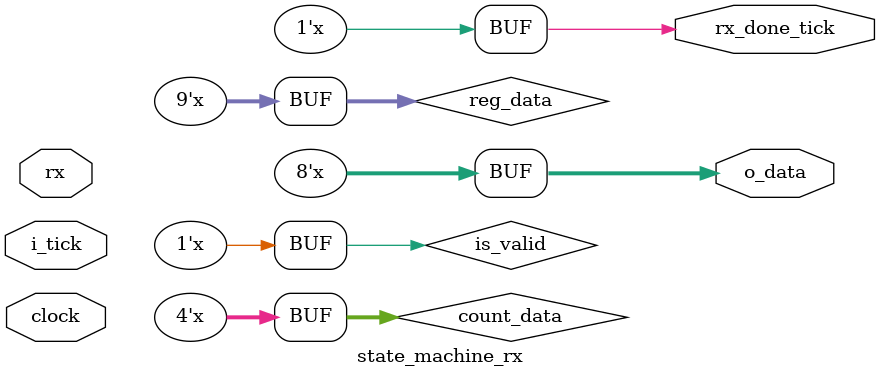
<source format=v>
`timescale 1ns / 1ps

module state_machine_rx
#(
    parameter   NB_STATE        = 4,
    parameter   N_DATA          = 8,
    parameter   START_VALUE     = 0,
    parameter   STARTS_TICKS    = 7,
    parameter   DATA_TICKS      = 15 
)
(
    // OUTPUTS
    output wire [7:0] o_data,
    output wire rx_done_tick,
    // INPUTS
    input wire  rx,
    input wire  i_tick,
    input wire clock
);
    // TICKS CONTROL
    reg [3:0] count_ticks;
    // DATA CONTROL
    reg [8:0] reg_data;
    reg [3:0] count_data;
    reg is_valid = 1;
    // STATES
    localparam STATE_IDLE  = 4'b0001;
    localparam STATE_START = 4'b0010;
    localparam STATE_DATA  = 4'b0100;
    localparam STATE_STOP  = 4'b1000;

    reg [NB_STATE - 1:0] current_state = STATE_IDLE;
    reg [NB_STATE - 1:0] next_state = STATE_IDLE;

    always @(*) begin: state_logic
        case (current_state)
            STATE_IDLE : begin
                case(rx)
                    1'b0   :   next_state = STATE_START;
                    default:   next_state = STATE_IDLE;
                endcase
            end
            STATE_START : begin
                case(count_ticks)
                    STARTS_TICKS:   begin 
                        count_ticks     = 0;
                        next_state      = STATE_DATA;                                                    
                    end
                    default:        next_state  = STATE_START;   
                endcase
            end
            STATE_DATA : begin
                case(count_ticks)
                    DATA_TICKS:     begin
                        count_ticks     = 0;
                        reg_data        = {rx , reg_data[8 : 1]};
                        if(count_data == N_DATA) begin
                        // implementar analisis de bit de paridad
                        /////////////////////////////////////////
                            count_data  = 0;
                            next_state  = STATE_STOP;
                        end
                        else    next_state  = STATE_DATA;                                                
                    end
                    default:
                        next_state  = STATE_DATA;   
                endcase
            end
            STATE_STOP : begin
                case(count_ticks)
                    DATA_TICKS:     begin
                        count_ticks         = 0;
                        if(rx) begin
                            rx_done_tick    = 1'b1;
                            next_state      = STATE_IDLE;  
                        end
                        else is_valid = 0;                                        
                    end
                    default:    next_state  = STATE_STOP;   
                endcase
            end
         endcase
    end

    always @(posedge clock) begin
        if(i_reset)
          state <= STATE_IDLE;
        else if(is_valid) begin
            if(i_tick) begin
                count_data = count_data + 1;
            end  
            current_state <= next_state;
        end
    end


   assign o_data    = reg_data [7:0];
	
endmodule

</source>
